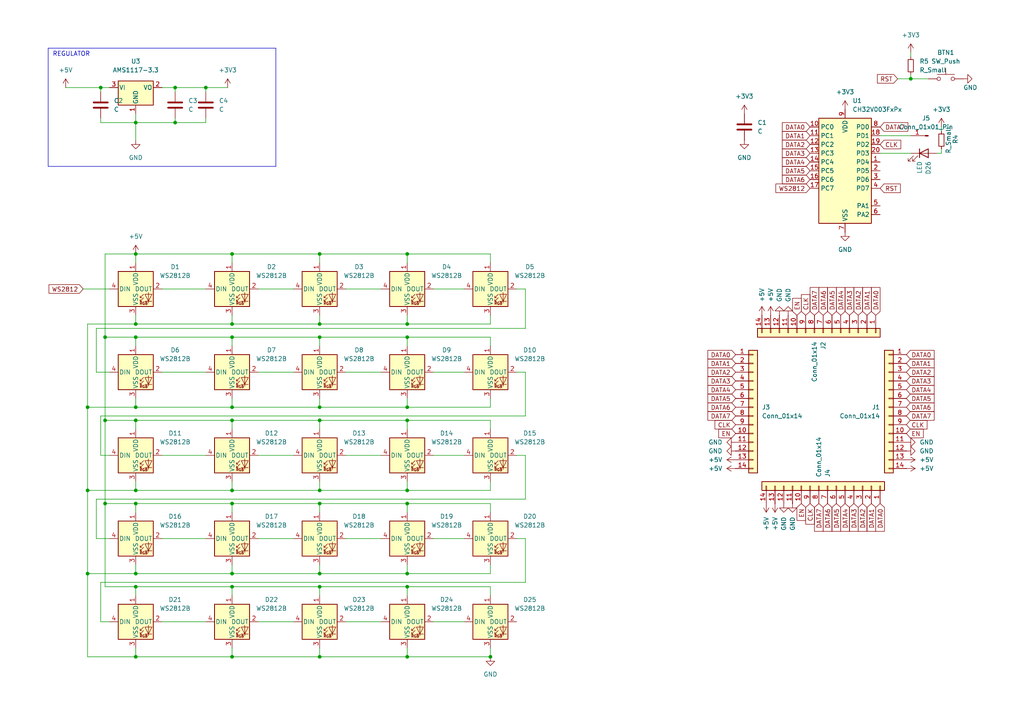
<source format=kicad_sch>
(kicad_sch (version 20250114) (generator "eeschema") (generator_version "9.0")
  (paper "A4")
  (lib_symbols
    (symbol "Connector:Conn_01x01_Pin" (pin_names (offset 1.016) (hide yes))
      (property "Reference" "J" (at 0 2.54 0))
      (property "Value" "Conn_01x01_Pin" (at 0 -2.54 0))
      (symbol "Conn_01x01_Pin_1_1"
        (rectangle (start 0.8636 0.127) (end 0 -0.127) (stroke (width 0.1524)) (fill (type outline)))
        (polyline (pts (xy 1.27 0) (xy 0.8636 0)) (stroke (width 0.1524)))
        (pin passive line (at 5.08 0 180) (length 3.81) (name "Pin_1") (number "1"))
      )
    )
    (symbol "Connector_Generic:Conn_01x14" (pin_names (offset 1.016) (hide yes))
      (property "Reference" "J" (at 0 17.78 0))
      (property "Value" "Conn_01x14" (at 0 -20.32 0))
      (symbol "Conn_01x14_1_1"
        (rectangle (start -1.27 16.51) (end 1.27 -19.05) (stroke (width 0.254)) (fill (type background)))
        (rectangle (start -1.27 15.367) (end 0 15.113) (stroke (width 0.1524)))
        (rectangle (start -1.27 12.827) (end 0 12.573) (stroke (width 0.1524)))
        (rectangle (start -1.27 10.287) (end 0 10.033) (stroke (width 0.1524)))
        (rectangle (start -1.27 7.747) (end 0 7.493) (stroke (width 0.1524)))
        (rectangle (start -1.27 5.207) (end 0 4.953) (stroke (width 0.1524)))
        (rectangle (start -1.27 2.667) (end 0 2.413) (stroke (width 0.1524)))
        (rectangle (start -1.27 0.127) (end 0 -0.127) (stroke (width 0.1524)))
        (rectangle (start -1.27 -2.413) (end 0 -2.667) (stroke (width 0.1524)))
        (rectangle (start -1.27 -4.953) (end 0 -5.207) (stroke (width 0.1524)))
        (rectangle (start -1.27 -7.493) (end 0 -7.747) (stroke (width 0.1524)))
        (rectangle (start -1.27 -10.033) (end 0 -10.287) (stroke (width 0.1524)))
        (rectangle (start -1.27 -12.573) (end 0 -12.827) (stroke (width 0.1524)))
        (rectangle (start -1.27 -15.113) (end 0 -15.367) (stroke (width 0.1524)))
        (rectangle (start -1.27 -17.653) (end 0 -17.907) (stroke (width 0.1524)))
        (pin passive line (at -5.08 15.24 0) (length 3.81) (name "Pin_1") (number "1"))
        (pin passive line (at -5.08 12.7 0) (length 3.81) (name "Pin_2") (number "2"))
        (pin passive line (at -5.08 10.16 0) (length 3.81) (name "Pin_3") (number "3"))
        (pin passive line (at -5.08 7.62 0) (length 3.81) (name "Pin_4") (number "4"))
        (pin passive line (at -5.08 5.08 0) (length 3.81) (name "Pin_5") (number "5"))
        (pin passive line (at -5.08 2.54 0) (length 3.81) (name "Pin_6") (number "6"))
        (pin passive line (at -5.08 0 0) (length 3.81) (name "Pin_7") (number "7"))
        (pin passive line (at -5.08 -2.54 0) (length 3.81) (name "Pin_8") (number "8"))
        (pin passive line (at -5.08 -5.08 0) (length 3.81) (name "Pin_9") (number "9"))
        (pin passive line (at -5.08 -7.62 0) (length 3.81) (name "Pin_10") (number "10"))
        (pin passive line (at -5.08 -10.16 0) (length 3.81) (name "Pin_11") (number "11"))
        (pin passive line (at -5.08 -12.7 0) (length 3.81) (name "Pin_12") (number "12"))
        (pin passive line (at -5.08 -15.24 0) (length 3.81) (name "Pin_13") (number "13"))
        (pin passive line (at -5.08 -17.78 0) (length 3.81) (name "Pin_14") (number "14"))
      )
    )
    (symbol "Device:C" (pin_numbers (hide yes)) (pin_names (offset 0.254))
      (property "Reference" "C" (at 0.635 2.54 0))
      (property "Value" "C" (at 0.635 -2.54 0))
      (symbol "C_0_1"
        (polyline (pts (xy -2.032 0.762) (xy 2.032 0.762)) (stroke (width 0.508)))
        (polyline (pts (xy -2.032 -0.762) (xy 2.032 -0.762)) (stroke (width 0.508)))
      )
      (symbol "C_1_1"
        (pin passive line (at 0 3.81 270) (length 2.794) (name "~") (number "1"))
        (pin passive line (at 0 -3.81 90) (length 2.794) (name "~") (number "2"))
      )
    )
    (symbol "Device:LED" (pin_numbers (hide yes)) (pin_names (offset 1.016) (hide yes))
      (property "Reference" "D" (at 0 2.54 0))
      (property "Value" "LED" (at 0 -2.54 0))
      (symbol "LED_0_1"
        (polyline (pts (xy -3.048 -0.762) (xy -4.572 -2.286) (xy -3.81 -2.286) (xy -4.572 -2.286) (xy -4.572 -1.524)))
        (polyline (pts (xy -1.778 -0.762) (xy -3.302 -2.286) (xy -2.54 -2.286) (xy -3.302 -2.286) (xy -3.302 -1.524)))
        (polyline (pts (xy -1.27 0) (xy 1.27 0)))
        (polyline (pts (xy -1.27 -1.27) (xy -1.27 1.27)) (stroke (width 0.254)))
        (polyline (pts (xy 1.27 -1.27) (xy 1.27 1.27) (xy -1.27 0) (xy 1.27 -1.27)) (stroke (width 0.254)))
      )
      (symbol "LED_1_1"
        (pin passive line (at -3.81 0 0) (length 2.54) (name "K") (number "1"))
        (pin passive line (at 3.81 0 180) (length 2.54) (name "A") (number "2"))
      )
    )
    (symbol "Device:R_Small" (pin_numbers (hide yes)) (pin_names (offset 0.254) (hide yes))
      (property "Reference" "R" (at 0.762 0.508 0))
      (property "Value" "R_Small" (at 0.762 -1.016 0))
      (symbol "R_Small_0_1"
        (rectangle (start -0.762 1.778) (end 0.762 -1.778) (stroke (width 0.2032)))
      )
      (symbol "R_Small_1_1"
        (pin passive line (at 0 2.54 270) (length 0.762) (name "~") (number "1"))
        (pin passive line (at 0 -2.54 90) (length 0.762) (name "~") (number "2"))
      )
    )
    (symbol "LED:WS2812B" (pin_names (offset 0.254))
      (property "Reference" "D" (at 5.08 5.715 0))
      (property "Value" "WS2812B" (at 1.27 -5.715 0))
      (symbol "WS2812B_0_0"
        (text "RGB" (at 2.286 -4.191 0) (effects (font (size 0.762 0.762))))
      )
      (symbol "WS2812B_0_1"
        (polyline (pts (xy 1.27 -2.54) (xy 1.778 -2.54)))
        (polyline (pts (xy 1.27 -3.556) (xy 1.778 -3.556)))
        (polyline (pts (xy 2.286 -1.524) (xy 1.27 -2.54) (xy 1.27 -2.032)))
        (polyline (pts (xy 2.286 -2.54) (xy 1.27 -3.556) (xy 1.27 -3.048)))
        (polyline (pts (xy 3.683 -1.016) (xy 3.683 -3.556) (xy 3.683 -4.064)))
        (polyline (pts (xy 4.699 -1.524) (xy 2.667 -1.524) (xy 3.683 -3.556) (xy 4.699 -1.524)))
        (polyline (pts (xy 4.699 -3.556) (xy 2.667 -3.556)))
        (rectangle (start 5.08 5.08) (end -5.08 -5.08) (stroke (width 0.254)) (fill (type background)))
      )
      (symbol "WS2812B_1_1"
        (pin input line (at -7.62 0 0) (length 2.54) (name "DIN") (number "4"))
        (pin power_in line (at 0 7.62 270) (length 2.54) (name "VDD") (number "1"))
        (pin power_in line (at 0 -7.62 90) (length 2.54) (name "VSS") (number "3"))
        (pin output line (at 7.62 0 180) (length 2.54) (name "DOUT") (number "2"))
      )
    )
    (symbol "MCU_WCH_CH32V0:CH32V003FxPx"
      (property "Reference" "U" (at -7.62 17.78 0))
      (property "Value" "CH32V003FxPx" (at 7.62 17.78 0))
      (symbol "CH32V003FxPx_1_1"
        (rectangle (start -7.62 15.24) (end 7.62 -15.24) (stroke (width 0.254)) (fill (type background)))
        (pin bidirectional line (at -10.16 12.7 0) (length 2.54) (name "PC0") (number "10"))
        (pin bidirectional line (at -10.16 10.16 0) (length 2.54) (name "PC1") (number "11"))
        (pin bidirectional line (at -10.16 7.62 0) (length 2.54) (name "PC2") (number "12"))
        (pin bidirectional line (at -10.16 5.08 0) (length 2.54) (name "PC3") (number "13"))
        (pin bidirectional line (at -10.16 2.54 0) (length 2.54) (name "PC4") (number "14"))
        (pin bidirectional line (at -10.16 0 0) (length 2.54) (name "PC5") (number "15"))
        (pin bidirectional line (at -10.16 -2.54 0) (length 2.54) (name "PC6") (number "16"))
        (pin bidirectional line (at -10.16 -5.08 0) (length 2.54) (name "PC7") (number "17"))
        (pin power_in line (at 0 17.78 270) (length 2.54) (name "VDD") (number "9"))
        (pin power_in line (at 0 -17.78 90) (length 2.54) (name "VSS") (number "7"))
        (pin bidirectional line (at 10.16 12.7 180) (length 2.54) (name "PD0") (number "8"))
        (pin bidirectional line (at 10.16 10.16 180) (length 2.54) (name "PD1") (number "18"))
        (pin bidirectional line (at 10.16 7.62 180) (length 2.54) (name "PD2") (number "19"))
        (pin bidirectional line (at 10.16 5.08 180) (length 2.54) (name "PD3") (number "20"))
        (pin bidirectional line (at 10.16 2.54 180) (length 2.54) (name "PD4") (number "1"))
        (pin bidirectional line (at 10.16 0 180) (length 2.54) (name "PD5") (number "2"))
        (pin bidirectional line (at 10.16 -2.54 180) (length 2.54) (name "PD6") (number "3"))
        (pin bidirectional line (at 10.16 -5.08 180) (length 2.54) (name "PD7") (number "4"))
        (pin bidirectional line (at 10.16 -10.16 180) (length 2.54) (name "PA1") (number "5"))
        (pin bidirectional line (at 10.16 -12.7 180) (length 2.54) (name "PA2") (number "6"))
      )
    )
    (symbol "Regulator_Linear:AMS1117-3.3" (pin_names (offset 0.254))
      (property "Reference" "U" (at -3.81 3.175 0))
      (property "Value" "AMS1117-3.3" (at 0 3.175 0))
      (symbol "AMS1117-3.3_0_1"
        (rectangle (start -5.08 -5.08) (end 5.08 1.905) (stroke (width 0.254)) (fill (type background)))
      )
      (symbol "AMS1117-3.3_1_1"
        (pin power_in line (at -7.62 0 0) (length 2.54) (name "VI") (number "3"))
        (pin power_in line (at 0 -7.62 90) (length 2.54) (name "GND") (number "1"))
        (pin power_out line (at 7.62 0 180) (length 2.54) (name "VO") (number "2"))
      )
    )
    (symbol "Switch:SW_Push" (pin_numbers (hide yes)) (pin_names (offset 1.016) (hide yes))
      (property "Reference" "SW" (at 1.27 2.54 0))
      (property "Value" "SW_Push" (at 0 -1.524 0))
      (symbol "SW_Push_0_1"
        (circle (center -2.032 0) (radius 0.508))
        (polyline (pts (xy 0 1.27) (xy 0 3.048)))
        (circle (center 2.032 0) (radius 0.508))
        (polyline (pts (xy 2.54 1.27) (xy -2.54 1.27)))
        (pin passive line (at -5.08 0 0) (length 2.54) (name "1") (number "1"))
        (pin passive line (at 5.08 0 180) (length 2.54) (name "2") (number "2"))
      )
    )
    (symbol "power:+3V3" (power) (pin_names (offset 0))
      (property "Value" "+3V3" (at 0 3.556 0))
      (symbol "+3V3_0_1"
        (polyline (pts (xy -0.762 1.27) (xy 0 2.54)))
        (polyline (pts (xy 0 2.54) (xy 0.762 1.27)))
        (polyline (pts (xy 0 0) (xy 0 2.54)))
      )
      (symbol "+3V3_1_1"
        (pin power_in line (at 0 0 90) (length 0) (hide yes) (name "+3V3") (number "1"))
      )
    )
    (symbol "power:+5V" (power) (pin_numbers (hide yes)) (pin_names (offset 0) (hide yes))
      (property "Value" "+5V" (at 0 3.556 0))
      (symbol "+5V_0_1"
        (polyline (pts (xy -0.762 1.27) (xy 0 2.54)))
        (polyline (pts (xy 0 2.54) (xy 0.762 1.27)))
        (polyline (pts (xy 0 0) (xy 0 2.54)))
      )
      (symbol "+5V_1_1"
        (pin power_in line (at 0 0 90) (length 0) (name "~") (number "1"))
      )
    )
    (symbol "power:GND" (power) (pin_numbers (hide yes)) (pin_names (offset 0) (hide yes))
      (property "Value" "GND" (at 0 -3.81 0))
      (symbol "GND_0_1"
        (polyline (pts (xy 0 0) (xy 0 -1.27) (xy 1.27 -1.27) (xy 0 -2.54) (xy -1.27 -1.27) (xy 0 -1.27)))
      )
      (symbol "GND_1_1"
        (pin power_in line (at 0 0 270) (length 0) (name "~") (number "1"))
      )
    )
  )
  (text "REGULATOR" (at 15.24 16.51 0) (effects (font (size 1.27 1.27)) (justify left bottom)))
  (junction (at 39.37 73.66))
  (junction (at 39.37 97.79))
  (junction (at 67.31 166.37))
  (junction (at 39.37 142.24))
  (junction (at 30.48 146.05))
  (junction (at 67.31 93.98))
  (junction (at 25.4 142.24))
  (junction (at 92.71 166.37))
  (junction (at 92.71 170.18))
  (junction (at 30.48 121.92))
  (junction (at 118.11 73.66))
  (junction (at 92.71 73.66))
  (junction (at 67.31 118.11))
  (junction (at 92.71 146.05))
  (junction (at 118.11 170.18))
  (junction (at 92.71 93.98))
  (junction (at 67.31 170.18))
  (junction (at 50.8 25.4))
  (junction (at 67.31 97.79))
  (junction (at 39.37 35.56))
  (junction (at 118.11 190.5))
  (junction (at 39.37 121.92))
  (junction (at 264.16 22.86))
  (junction (at 25.4 118.11))
  (junction (at 92.71 121.92))
  (junction (at 39.37 166.37))
  (junction (at 67.31 121.92))
  (junction (at 25.4 166.37))
  (junction (at 67.31 146.05))
  (junction (at 92.71 142.24))
  (junction (at 29.21 25.4))
  (junction (at 92.71 97.79))
  (junction (at 118.11 166.37))
  (junction (at 39.37 93.98))
  (junction (at 118.11 121.92))
  (junction (at 118.11 118.11))
  (junction (at 118.11 142.24))
  (junction (at 118.11 97.79))
  (junction (at 92.71 190.5))
  (junction (at 39.37 118.11))
  (junction (at 59.69 25.4))
  (junction (at 39.37 170.18))
  (junction (at 67.31 142.24))
  (junction (at 50.8 35.56))
  (junction (at 30.48 97.79))
  (junction (at 92.71 118.11))
  (junction (at 118.11 146.05))
  (junction (at 118.11 93.98))
  (junction (at 67.31 190.5))
  (junction (at 142.24 190.5))
  (junction (at 39.37 190.5))
  (junction (at 67.31 73.66))
  (junction (at 39.37 146.05))
  (wire (pts (xy 118.11 73.66) (xy 118.11 76.2)))
  (wire (pts (xy 118.11 146.05) (xy 118.11 148.59)))
  (wire (pts (xy 29.21 34.29) (xy 29.21 35.56)))
  (wire (pts (xy 264.16 22.86) (xy 269.24 22.86)))
  (wire (pts (xy 67.31 187.96) (xy 67.31 190.5)))
  (polyline (pts (xy 80.01 13.97) (xy 80.01 48.26)))
  (wire (pts (xy 118.11 163.83) (xy 118.11 166.37)))
  (wire (pts (xy 67.31 190.5) (xy 92.71 190.5)))
  (wire (pts (xy 142.24 100.33) (xy 142.24 97.79)))
  (wire (pts (xy 74.93 180.34) (xy 85.09 180.34)))
  (wire (pts (xy 74.93 132.08) (xy 85.09 132.08)))
  (wire (pts (xy 59.69 26.67) (xy 59.69 25.4)))
  (wire (pts (xy 100.33 180.34) (xy 110.49 180.34)))
  (wire (pts (xy 142.24 76.2) (xy 142.24 73.66)))
  (wire (pts (xy 29.21 25.4) (xy 31.75 25.4)))
  (wire (pts (xy 118.11 121.92) (xy 142.24 121.92)))
  (wire (pts (xy 142.24 187.96) (xy 142.24 190.5)))
  (wire (pts (xy 46.99 83.82) (xy 59.69 83.82)))
  (wire (pts (xy 46.99 156.21) (xy 59.69 156.21)))
  (wire (pts (xy 24.13 83.82) (xy 31.75 83.82)))
  (wire (pts (xy 30.48 97.79) (xy 39.37 97.79)))
  (wire (pts (xy 39.37 187.96) (xy 39.37 190.5)))
  (wire (pts (xy 152.4 168.91) (xy 152.4 156.21)))
  (wire (pts (xy 271.78 44.45) (xy 273.05 44.45)))
  (wire (pts (xy 30.48 97.79) (xy 30.48 121.92)))
  (wire (pts (xy 39.37 142.24) (xy 67.31 142.24)))
  (wire (pts (xy 39.37 146.05) (xy 67.31 146.05)))
  (wire (pts (xy 46.99 180.34) (xy 59.69 180.34)))
  (wire (pts (xy 255.27 44.45) (xy 264.16 44.45)))
  (wire (pts (xy 125.73 180.34) (xy 134.62 180.34)))
  (wire (pts (xy 30.48 73.66) (xy 30.48 97.79)))
  (wire (pts (xy 29.21 25.4) (xy 29.21 26.67)))
  (wire (pts (xy 19.05 25.4) (xy 29.21 25.4)))
  (wire (pts (xy 125.73 107.95) (xy 134.62 107.95)))
  (wire (pts (xy 25.4 142.24) (xy 25.4 166.37)))
  (wire (pts (xy 149.86 107.95) (xy 152.4 107.95)))
  (wire (pts (xy 100.33 83.82) (xy 110.49 83.82)))
  (wire (pts (xy 142.24 91.44) (xy 142.24 93.98)))
  (wire (pts (xy 273.05 43.18) (xy 273.05 44.45)))
  (wire (pts (xy 118.11 97.79) (xy 142.24 97.79)))
  (wire (pts (xy 118.11 91.44) (xy 118.11 93.98)))
  (wire (pts (xy 27.94 144.78) (xy 152.4 144.78)))
  (wire (pts (xy 100.33 107.95) (xy 110.49 107.95)))
  (wire (pts (xy 92.71 170.18) (xy 118.11 170.18)))
  (wire (pts (xy 67.31 146.05) (xy 92.71 146.05)))
  (wire (pts (xy 260.35 22.86) (xy 264.16 22.86)))
  (wire (pts (xy 92.71 190.5) (xy 118.11 190.5)))
  (wire (pts (xy 92.71 121.92) (xy 92.71 124.46)))
  (wire (pts (xy 39.37 190.5) (xy 67.31 190.5)))
  (wire (pts (xy 29.21 168.91) (xy 152.4 168.91)))
  (wire (pts (xy 25.4 166.37) (xy 25.4 190.5)))
  (wire (pts (xy 30.48 121.92) (xy 39.37 121.92)))
  (wire (pts (xy 39.37 170.18) (xy 67.31 170.18)))
  (wire (pts (xy 152.4 144.78) (xy 152.4 132.08)))
  (wire (pts (xy 39.37 163.83) (xy 39.37 166.37)))
  (wire (pts (xy 118.11 142.24) (xy 142.24 142.24)))
  (wire (pts (xy 142.24 139.7) (xy 142.24 142.24)))
  (wire (pts (xy 92.71 170.18) (xy 92.71 172.72)))
  (wire (pts (xy 67.31 163.83) (xy 67.31 166.37)))
  (wire (pts (xy 67.31 118.11) (xy 92.71 118.11)))
  (wire (pts (xy 118.11 139.7) (xy 118.11 142.24)))
  (wire (pts (xy 25.4 93.98) (xy 25.4 118.11)))
  (wire (pts (xy 30.48 121.92) (xy 30.48 146.05)))
  (wire (pts (xy 125.73 132.08) (xy 134.62 132.08)))
  (wire (pts (xy 29.21 180.34) (xy 29.21 168.91)))
  (wire (pts (xy 29.21 120.65) (xy 152.4 120.65)))
  (wire (pts (xy 59.69 25.4) (xy 66.04 25.4)))
  (wire (pts (xy 25.4 118.11) (xy 25.4 142.24)))
  (wire (pts (xy 142.24 148.59) (xy 142.24 146.05)))
  (wire (pts (xy 25.4 93.98) (xy 39.37 93.98)))
  (wire (pts (xy 92.71 73.66) (xy 92.71 76.2)))
  (wire (pts (xy 118.11 93.98) (xy 142.24 93.98)))
  (wire (pts (xy 152.4 95.25) (xy 152.4 83.82)))
  (wire (pts (xy 255.27 39.37) (xy 264.16 39.37)))
  (wire (pts (xy 50.8 34.29) (xy 50.8 35.56)))
  (wire (pts (xy 50.8 25.4) (xy 59.69 25.4)))
  (wire (pts (xy 118.11 187.96) (xy 118.11 190.5)))
  (polyline (pts (xy 80.01 48.26) (xy 13.97 48.26)))
  (wire (pts (xy 67.31 121.92) (xy 67.31 124.46)))
  (wire (pts (xy 142.24 124.46) (xy 142.24 121.92)))
  (wire (pts (xy 29.21 132.08) (xy 29.21 120.65)))
  (wire (pts (xy 152.4 132.08) (xy 149.86 132.08)))
  (wire (pts (xy 67.31 139.7) (xy 67.31 142.24)))
  (wire (pts (xy 31.75 107.95) (xy 27.94 107.95)))
  (wire (pts (xy 118.11 73.66) (xy 142.24 73.66)))
  (wire (pts (xy 27.94 156.21) (xy 27.94 144.78)))
  (wire (pts (xy 67.31 91.44) (xy 67.31 93.98)))
  (wire (pts (xy 92.71 139.7) (xy 92.71 142.24)))
  (wire (pts (xy 50.8 26.67) (xy 50.8 25.4)))
  (wire (pts (xy 46.99 107.95) (xy 59.69 107.95)))
  (wire (pts (xy 92.71 146.05) (xy 92.71 148.59)))
  (wire (pts (xy 30.48 170.18) (xy 39.37 170.18)))
  (wire (pts (xy 27.94 95.25) (xy 152.4 95.25)))
  (wire (pts (xy 25.4 118.11) (xy 39.37 118.11)))
  (wire (pts (xy 264.16 21.59) (xy 264.16 22.86)))
  (wire (pts (xy 92.71 187.96) (xy 92.71 190.5)))
  (wire (pts (xy 50.8 35.56) (xy 39.37 35.56)))
  (wire (pts (xy 39.37 35.56) (xy 39.37 40.64)))
  (wire (pts (xy 100.33 132.08) (xy 110.49 132.08)))
  (wire (pts (xy 39.37 33.02) (xy 39.37 35.56)))
  (wire (pts (xy 39.37 121.92) (xy 39.37 124.46)))
  (wire (pts (xy 29.21 35.56) (xy 39.37 35.56)))
  (wire (pts (xy 92.71 97.79) (xy 92.71 100.33)))
  (wire (pts (xy 39.37 170.18) (xy 39.37 172.72)))
  (wire (pts (xy 31.75 156.21) (xy 27.94 156.21)))
  (wire (pts (xy 67.31 142.24) (xy 92.71 142.24)))
  (wire (pts (xy 67.31 115.57) (xy 67.31 118.11)))
  (wire (pts (xy 39.37 115.57) (xy 39.37 118.11)))
  (wire (pts (xy 125.73 156.21) (xy 134.62 156.21)))
  (wire (pts (xy 125.73 83.82) (xy 134.62 83.82)))
  (wire (pts (xy 92.71 97.79) (xy 118.11 97.79)))
  (wire (pts (xy 118.11 146.05) (xy 142.24 146.05)))
  (wire (pts (xy 142.24 115.57) (xy 142.24 118.11)))
  (wire (pts (xy 59.69 35.56) (xy 50.8 35.56)))
  (wire (pts (xy 39.37 166.37) (xy 67.31 166.37)))
  (wire (pts (xy 39.37 97.79) (xy 39.37 100.33)))
  (wire (pts (xy 39.37 146.05) (xy 39.37 148.59)))
  (wire (pts (xy 74.93 83.82) (xy 85.09 83.82)))
  (wire (pts (xy 92.71 73.66) (xy 118.11 73.66)))
  (wire (pts (xy 100.33 156.21) (xy 110.49 156.21)))
  (wire (pts (xy 67.31 170.18) (xy 92.71 170.18)))
  (wire (pts (xy 67.31 97.79) (xy 92.71 97.79)))
  (wire (pts (xy 30.48 73.66) (xy 39.37 73.66)))
  (wire (pts (xy 142.24 172.72) (xy 142.24 170.18)))
  (wire (pts (xy 39.37 121.92) (xy 67.31 121.92)))
  (wire (pts (xy 92.71 163.83) (xy 92.71 166.37)))
  (wire (pts (xy 92.71 118.11) (xy 118.11 118.11)))
  (wire (pts (xy 31.75 132.08) (xy 29.21 132.08)))
  (wire (pts (xy 30.48 146.05) (xy 39.37 146.05)))
  (wire (pts (xy 59.69 34.29) (xy 59.69 35.56)))
  (wire (pts (xy 273.05 36.83) (xy 273.05 38.1)))
  (wire (pts (xy 25.4 142.24) (xy 39.37 142.24)))
  (wire (pts (xy 31.75 180.34) (xy 29.21 180.34)))
  (wire (pts (xy 67.31 121.92) (xy 92.71 121.92)))
  (wire (pts (xy 92.71 166.37) (xy 118.11 166.37)))
  (wire (pts (xy 92.71 121.92) (xy 118.11 121.92)))
  (wire (pts (xy 92.71 93.98) (xy 118.11 93.98)))
  (wire (pts (xy 118.11 166.37) (xy 142.24 166.37)))
  (wire (pts (xy 25.4 166.37) (xy 39.37 166.37)))
  (wire (pts (xy 67.31 73.66) (xy 92.71 73.66)))
  (wire (pts (xy 152.4 156.21) (xy 149.86 156.21)))
  (wire (pts (xy 46.99 25.4) (xy 50.8 25.4)))
  (wire (pts (xy 118.11 190.5) (xy 142.24 190.5)))
  (wire (pts (xy 152.4 120.65) (xy 152.4 107.95)))
  (wire (pts (xy 27.94 107.95) (xy 27.94 95.25)))
  (wire (pts (xy 25.4 190.5) (xy 39.37 190.5)))
  (wire (pts (xy 118.11 121.92) (xy 118.11 124.46)))
  (polyline (pts (xy 13.97 48.26) (xy 13.97 13.97)))
  (wire (pts (xy 39.37 93.98) (xy 67.31 93.98)))
  (wire (pts (xy 92.71 142.24) (xy 118.11 142.24)))
  (wire (pts (xy 46.99 132.08) (xy 59.69 132.08)))
  (wire (pts (xy 39.37 73.66) (xy 39.37 76.2)))
  (wire (pts (xy 39.37 91.44) (xy 39.37 93.98)))
  (wire (pts (xy 118.11 170.18) (xy 118.11 172.72)))
  (wire (pts (xy 67.31 93.98) (xy 92.71 93.98)))
  (wire (pts (xy 74.93 156.21) (xy 85.09 156.21)))
  (wire (pts (xy 39.37 73.66) (xy 67.31 73.66)))
  (wire (pts (xy 118.11 97.79) (xy 118.11 100.33)))
  (wire (pts (xy 67.31 73.66) (xy 67.31 76.2)))
  (wire (pts (xy 149.86 83.82) (xy 152.4 83.82)))
  (wire (pts (xy 39.37 139.7) (xy 39.37 142.24)))
  (wire (pts (xy 142.24 163.83) (xy 142.24 166.37)))
  (wire (pts (xy 118.11 118.11) (xy 142.24 118.11)))
  (wire (pts (xy 74.93 107.95) (xy 85.09 107.95)))
  (polyline (pts (xy 13.97 13.97) (xy 80.01 13.97)))
  (wire (pts (xy 92.71 115.57) (xy 92.71 118.11)))
  (wire (pts (xy 92.71 146.05) (xy 118.11 146.05)))
  (wire (pts (xy 264.16 15.24) (xy 264.16 16.51)))
  (wire (pts (xy 39.37 118.11) (xy 67.31 118.11)))
  (wire (pts (xy 118.11 170.18) (xy 142.24 170.18)))
  (wire (pts (xy 67.31 97.79) (xy 67.31 100.33)))
  (wire (pts (xy 92.71 91.44) (xy 92.71 93.98)))
  (wire (pts (xy 30.48 146.05) (xy 30.48 170.18)))
  (wire (pts (xy 67.31 146.05) (xy 67.31 148.59)))
  (wire (pts (xy 118.11 115.57) (xy 118.11 118.11)))
  (wire (pts (xy 67.31 166.37) (xy 92.71 166.37)))
  (wire (pts (xy 67.31 170.18) (xy 67.31 172.72)))
  (wire (pts (xy 39.37 97.79) (xy 67.31 97.79)))
  (global_label "DATA2" (shape input) (at 250.19 146.05 270) (property "Intersheetrefs" "${INTERSHEET_REFS}" (effects (hide yes))))
  (global_label "DATA5" (shape input) (at 213.36 115.57 180) (property "Intersheetrefs" "${INTERSHEET_REFS}" (effects (hide yes))))
  (global_label "DATA7" (shape input) (at 262.89 120.65 0) (property "Intersheetrefs" "${INTERSHEET_REFS}" (effects (hide yes))))
  (global_label "CLK" (shape input) (at 255.27 41.91 0) (property "Intersheetrefs" "${INTERSHEET_REFS}" (effects (hide yes))))
  (global_label "DATA3" (shape input) (at 262.89 110.49 0) (property "Intersheetrefs" "${INTERSHEET_REFS}" (effects (hide yes))))
  (global_label "WS2812" (shape input) (at 24.13 83.82 180) (property "Intersheetrefs" "${INTERSHEET_REFS}" (effects (hide yes))))
  (global_label "DATA1" (shape input) (at 252.73 146.05 270) (property "Intersheetrefs" "${INTERSHEET_REFS}" (effects (hide yes))))
  (global_label "EN" (shape input) (at 262.89 125.73 0) (property "Intersheetrefs" "${INTERSHEET_REFS}" (effects (hide yes))))
  (global_label "DATA6" (shape input) (at 262.89 118.11 0) (property "Intersheetrefs" "${INTERSHEET_REFS}" (effects (hide yes))))
  (global_label "WS2812" (shape input) (at 234.95 54.61 180) (property "Intersheetrefs" "${INTERSHEET_REFS}" (effects (hide yes))))
  (global_label "DATA0" (shape input) (at 254 91.44 90) (property "Intersheetrefs" "${INTERSHEET_REFS}" (effects (hide yes))))
  (global_label "DATA2" (shape input) (at 213.36 107.95 180) (property "Intersheetrefs" "${INTERSHEET_REFS}" (effects (hide yes))))
  (global_label "DATA5" (shape input) (at 242.57 146.05 270) (property "Intersheetrefs" "${INTERSHEET_REFS}" (effects (hide yes))))
  (global_label "DATA7" (shape input) (at 237.49 146.05 270) (property "Intersheetrefs" "${INTERSHEET_REFS}" (effects (hide yes))))
  (global_label "CLK" (shape input) (at 213.36 123.19 180) (property "Intersheetrefs" "${INTERSHEET_REFS}" (effects (hide yes))))
  (global_label "DATA0" (shape input) (at 213.36 102.87 180) (property "Intersheetrefs" "${INTERSHEET_REFS}" (effects (hide yes))))
  (global_label "DATA7" (shape input) (at 255.27 36.83 0) (property "Intersheetrefs" "${INTERSHEET_REFS}" (effects (hide yes))))
  (global_label "DATA4" (shape input) (at 245.11 146.05 270) (property "Intersheetrefs" "${INTERSHEET_REFS}" (effects (hide yes))))
  (global_label "CLK" (shape input) (at 262.89 123.19 0) (property "Intersheetrefs" "${INTERSHEET_REFS}" (effects (hide yes))))
  (global_label "RST" (shape input) (at 260.35 22.86 180) (property "Intersheetrefs" "${INTERSHEET_REFS}" (effects (hide yes))))
  (global_label "DATA4" (shape input) (at 234.95 46.99 180) (property "Intersheetrefs" "${INTERSHEET_REFS}" (effects (hide yes))))
  (global_label "EN" (shape input) (at 232.41 146.05 270) (property "Intersheetrefs" "${INTERSHEET_REFS}" (effects (hide yes))))
  (global_label "DATA2" (shape input) (at 248.92 91.44 90) (property "Intersheetrefs" "${INTERSHEET_REFS}" (effects (hide yes))))
  (global_label "DATA5" (shape input) (at 234.95 49.53 180) (property "Intersheetrefs" "${INTERSHEET_REFS}" (effects (hide yes))))
  (global_label "DATA0" (shape input) (at 262.89 102.87 0) (property "Intersheetrefs" "${INTERSHEET_REFS}" (effects (hide yes))))
  (global_label "DATA1" (shape input) (at 234.95 39.37 180) (property "Intersheetrefs" "${INTERSHEET_REFS}" (effects (hide yes))))
  (global_label "DATA7" (shape input) (at 213.36 120.65 180) (property "Intersheetrefs" "${INTERSHEET_REFS}" (effects (hide yes))))
  (global_label "DATA5" (shape input) (at 241.3 91.44 90) (property "Intersheetrefs" "${INTERSHEET_REFS}" (effects (hide yes))))
  (global_label "EN" (shape input) (at 231.14 91.44 90) (property "Intersheetrefs" "${INTERSHEET_REFS}" (effects (hide yes))))
  (global_label "DATA1" (shape input) (at 262.89 105.41 0) (property "Intersheetrefs" "${INTERSHEET_REFS}" (effects (hide yes))))
  (global_label "RST" (shape input) (at 255.27 54.61 0) (property "Intersheetrefs" "${INTERSHEET_REFS}" (effects (hide yes))))
  (global_label "DATA3" (shape input) (at 213.36 110.49 180) (property "Intersheetrefs" "${INTERSHEET_REFS}" (effects (hide yes))))
  (global_label "DATA4" (shape input) (at 243.84 91.44 90) (property "Intersheetrefs" "${INTERSHEET_REFS}" (effects (hide yes))))
  (global_label "DATA5" (shape input) (at 262.89 115.57 0) (property "Intersheetrefs" "${INTERSHEET_REFS}" (effects (hide yes))))
  (global_label "DATA6" (shape input) (at 238.76 91.44 90) (property "Intersheetrefs" "${INTERSHEET_REFS}" (effects (hide yes))))
  (global_label "DATA0" (shape input) (at 255.27 146.05 270) (property "Intersheetrefs" "${INTERSHEET_REFS}" (effects (hide yes))))
  (global_label "DATA6" (shape input) (at 234.95 52.07 180) (property "Intersheetrefs" "${INTERSHEET_REFS}" (effects (hide yes))))
  (global_label "DATA4" (shape input) (at 262.89 113.03 0) (property "Intersheetrefs" "${INTERSHEET_REFS}" (effects (hide yes))))
  (global_label "DATA4" (shape input) (at 213.36 113.03 180) (property "Intersheetrefs" "${INTERSHEET_REFS}" (effects (hide yes))))
  (global_label "DATA3" (shape input) (at 247.65 146.05 270) (property "Intersheetrefs" "${INTERSHEET_REFS}" (effects (hide yes))))
  (global_label "DATA0" (shape input) (at 234.95 36.83 180) (property "Intersheetrefs" "${INTERSHEET_REFS}" (effects (hide yes))))
  (global_label "DATA1" (shape input) (at 213.36 105.41 180) (property "Intersheetrefs" "${INTERSHEET_REFS}" (effects (hide yes))))
  (global_label "CLK" (shape input) (at 233.68 91.44 90) (property "Intersheetrefs" "${INTERSHEET_REFS}" (effects (hide yes))))
  (global_label "CLK" (shape input) (at 234.95 146.05 270) (property "Intersheetrefs" "${INTERSHEET_REFS}" (effects (hide yes))))
  (global_label "DATA7" (shape input) (at 236.22 91.44 90) (property "Intersheetrefs" "${INTERSHEET_REFS}" (effects (hide yes))))
  (global_label "DATA2" (shape input) (at 262.89 107.95 0) (property "Intersheetrefs" "${INTERSHEET_REFS}" (effects (hide yes))))
  (global_label "DATA1" (shape input) (at 251.46 91.44 90) (property "Intersheetrefs" "${INTERSHEET_REFS}" (effects (hide yes))))
  (global_label "DATA3" (shape input) (at 234.95 44.45 180) (property "Intersheetrefs" "${INTERSHEET_REFS}" (effects (hide yes))))
  (global_label "DATA3" (shape input) (at 246.38 91.44 90) (property "Intersheetrefs" "${INTERSHEET_REFS}" (effects (hide yes))))
  (global_label "DATA2" (shape input) (at 234.95 41.91 180) (property "Intersheetrefs" "${INTERSHEET_REFS}" (effects (hide yes))))
  (global_label "EN" (shape input) (at 213.36 125.73 180) (property "Intersheetrefs" "${INTERSHEET_REFS}" (effects (hide yes))))
  (global_label "DATA6" (shape input) (at 213.36 118.11 180) (property "Intersheetrefs" "${INTERSHEET_REFS}" (effects (hide yes))))
  (global_label "DATA6" (shape input) (at 240.03 146.05 270) (property "Intersheetrefs" "${INTERSHEET_REFS}" (effects (hide yes))))
  (symbol (lib_id "LED:WS2812B") (at 142.24 107.95 0) (unit 1)
    (property "Reference" "D10" (at 153.67 101.5298 0))
    (property "Value" "WS2812B" (at 153.67 104.0698 0))
    (property "Footprint" "LED_SMD:LED_WS2812B_PLCC4_5.0x5.0mm_P3.2mm" (effects (hide yes)))
    (property "Datasheet" "https://cdn-shop.adafruit.com/datasheets/WS2812B.pdf" (effects (hide yes)))
    (property "Description" "RGB LED with integrated controller" (effects (hide yes)))
  )
  (symbol (lib_id "power:+5V") (at 224.79 146.05 0) (mirror x) (unit 1)
    (property "Reference" "#PWR025" (effects (hide yes)))
    (property "Value" "+5V" (at 224.7901 149.86 90) (effects (justify left)))
    (property "Description" "Power symbol creates a global label with name \"+5V\"" (effects (hide yes)))
  )
  (symbol (lib_id "power:GND") (at 39.37 40.64 0) (unit 1)
    (property "Reference" "#PWR09" (effects (hide yes)))
    (property "Value" "GND" (at 39.37 45.72 0))
  )
  (symbol (lib_id "LED:WS2812B") (at 67.31 83.82 0) (unit 1)
    (property "Reference" "D2" (at 78.74 77.3998 0))
    (property "Value" "WS2812B" (at 78.74 79.9398 0))
    (property "Footprint" "LED_SMD:LED_WS2812B_PLCC4_5.0x5.0mm_P3.2mm" (effects (hide yes)))
    (property "Datasheet" "https://cdn-shop.adafruit.com/datasheets/WS2812B.pdf" (effects (hide yes)))
    (property "Description" "RGB LED with integrated controller" (effects (hide yes)))
  )
  (symbol (lib_id "Connector_Generic:Conn_01x14") (at 240.03 140.97 270) (mirror x) (unit 1)
    (property "Reference" "J4" (at 240.0301 138.43 0) (effects (justify left)))
    (property "Value" "Conn_01x14" (at 237.4901 138.43 0) (effects (justify left)))
    (property "Footprint" "Connector_PinSocket_2.54mm:PinSocket_1x14_P2.54mm_Horizontal" (effects (hide yes)))
    (property "Description" "Generic connector, single row, 01x14, script generated (kicad-library-utils/schlib/autogen/connector/)" (effects (hide yes)))
  )
  (symbol (lib_id "Connector_Generic:Conn_01x14") (at 238.76 96.52 270) (unit 1)
    (property "Reference" "J2" (at 238.7601 99.06 0) (effects (justify left)))
    (property "Value" "Conn_01x14" (at 236.2201 99.06 0) (effects (justify left)))
    (property "Footprint" "Connector_PinSocket_2.54mm:PinSocket_1x14_P2.54mm_Horizontal" (effects (hide yes)))
    (property "Description" "Generic connector, single row, 01x14, script generated (kicad-library-utils/schlib/autogen/connector/)" (effects (hide yes)))
  )
  (symbol (lib_id "LED:WS2812B") (at 67.31 180.34 0) (unit 1)
    (property "Reference" "D22" (at 78.74 173.9198 0))
    (property "Value" "WS2812B" (at 78.74 176.4598 0))
    (property "Footprint" "LED_SMD:LED_WS2812B_PLCC4_5.0x5.0mm_P3.2mm" (effects (hide yes)))
    (property "Datasheet" "https://cdn-shop.adafruit.com/datasheets/WS2812B.pdf" (effects (hide yes)))
    (property "Description" "RGB LED with integrated controller" (effects (hide yes)))
  )
  (symbol (lib_id "Device:C") (at 50.8 30.48 0) (unit 1)
    (property "Reference" "C3" (at 54.61 29.2099 0) (effects (justify left)))
    (property "Value" "C" (at 54.61 31.7499 0) (effects (justify left)))
    (property "Footprint" "Capacitor_SMD:C_0603_1608Metric" (effects (hide yes)))
    (property "LCSC" "C19702" (effects (hide yes)))
  )
  (symbol (lib_id "LED:WS2812B") (at 92.71 83.82 0) (unit 1)
    (property "Reference" "D3" (at 104.14 77.3998 0))
    (property "Value" "WS2812B" (at 104.14 79.9398 0))
    (property "Footprint" "LED_SMD:LED_WS2812B_PLCC4_5.0x5.0mm_P3.2mm" (effects (hide yes)))
    (property "Datasheet" "https://cdn-shop.adafruit.com/datasheets/WS2812B.pdf" (effects (hide yes)))
    (property "Description" "RGB LED with integrated controller" (effects (hide yes)))
  )
  (symbol (lib_id "power:GND") (at 213.36 130.81 270) (unit 1)
    (property "Reference" "#PWR020" (effects (hide yes)))
    (property "Value" "GND" (at 209.55 130.8099 90) (effects (justify right)))
    (property "Description" "Power symbol creates a global label with name \"GND\" , ground" (effects (hide yes)))
  )
  (symbol (lib_id "Device:LED") (at 267.97 44.45 0) (unit 1)
    (property "Reference" "D26" (at 269.24 46.736 90) (effects (justify right)))
    (property "Value" "LED" (at 266.7 46.736 90) (effects (justify right)))
    (property "Footprint" "LED_SMD:LED_0603_1608Metric" (effects (hide yes)))
    (property "LCSC" "C19171301" (effects (hide yes)))
  )
  (symbol (lib_id "power:+5V") (at 220.98 91.44 0) (unit 1)
    (property "Reference" "#PWR018" (effects (hide yes)))
    (property "Value" "+5V" (at 220.9801 87.63 90) (effects (justify left)))
    (property "Description" "Power symbol creates a global label with name \"+5V\"" (effects (hide yes)))
  )
  (symbol (lib_id "power:+3V3") (at 273.05 36.83 0) (unit 1)
    (property "Reference" "#PWR07" (effects (hide yes)))
    (property "Value" "+3V3" (at 273.05 31.75 0))
  )
  (symbol (lib_id "power:GND") (at 226.06 91.44 180) (unit 1)
    (property "Reference" "#PWR015" (effects (hide yes)))
    (property "Value" "GND" (at 226.0601 87.63 90) (effects (justify right)))
    (property "Description" "Power symbol creates a global label with name \"GND\" , ground" (effects (hide yes)))
  )
  (symbol (lib_id "LED:WS2812B") (at 92.71 107.95 0) (unit 1)
    (property "Reference" "D8" (at 104.14 101.5298 0))
    (property "Value" "WS2812B" (at 104.14 104.0698 0))
    (property "Footprint" "LED_SMD:LED_WS2812B_PLCC4_5.0x5.0mm_P3.2mm" (effects (hide yes)))
    (property "Datasheet" "https://cdn-shop.adafruit.com/datasheets/WS2812B.pdf" (effects (hide yes)))
    (property "Description" "RGB LED with integrated controller" (effects (hide yes)))
  )
  (symbol (lib_id "power:GND") (at 229.87 146.05 0) (mirror y) (unit 1)
    (property "Reference" "#PWR027" (effects (hide yes)))
    (property "Value" "GND" (at 229.8701 149.86 90) (effects (justify right)))
    (property "Description" "Power symbol creates a global label with name \"GND\" , ground" (effects (hide yes)))
  )
  (symbol (lib_id "power:+5V") (at 213.36 135.89 90) (unit 1)
    (property "Reference" "#PWR023" (effects (hide yes)))
    (property "Value" "+5V" (at 209.55 135.8899 90) (effects (justify left)))
    (property "Description" "Power symbol creates a global label with name \"+5V\"" (effects (hide yes)))
  )
  (symbol (lib_id "LED:WS2812B") (at 67.31 107.95 0) (unit 1)
    (property "Reference" "D7" (at 78.74 101.5298 0))
    (property "Value" "WS2812B" (at 78.74 104.0698 0))
    (property "Footprint" "LED_SMD:LED_WS2812B_PLCC4_5.0x5.0mm_P3.2mm" (effects (hide yes)))
    (property "Datasheet" "https://cdn-shop.adafruit.com/datasheets/WS2812B.pdf" (effects (hide yes)))
    (property "Description" "RGB LED with integrated controller" (effects (hide yes)))
  )
  (symbol (lib_id "Connector_Generic:Conn_01x14") (at 257.81 118.11 0) (mirror y) (unit 1)
    (property "Reference" "J1" (at 255.27 118.1099 0) (effects (justify left)))
    (property "Value" "Conn_01x14" (at 255.27 120.6499 0) (effects (justify left)))
    (property "Footprint" "Connector_PinSocket_2.54mm:PinSocket_1x14_P2.54mm_Horizontal" (effects (hide yes)))
    (property "Description" "Generic connector, single row, 01x14, script generated (kicad-library-utils/schlib/autogen/connector/)" (effects (hide yes)))
  )
  (symbol (lib_id "power:+5V") (at 19.05 25.4 0) (unit 1)
    (property "Reference" "#PWR06" (effects (hide yes)))
    (property "Value" "+5V" (at 19.05 20.32 0))
  )
  (symbol (lib_id "Connector:Conn_01x01_Pin") (at 269.24 39.37 180) (unit 1)
    (property "Reference" "J5" (at 268.605 34.29 0))
    (property "Value" "Conn_01x01_Pin" (at 268.605 36.83 0))
    (property "Footprint" "TestPoint:TestPoint_Pad_D2.0mm" (effects (hide yes)))
    (property "Description" "Generic connector, single row, 01x01, script generated" (effects (hide yes)))
  )
  (symbol (lib_id "power:+3V3") (at 264.16 15.24 0) (unit 1)
    (property "Reference" "#PWR016" (effects (hide yes)))
    (property "Value" "+3V3" (at 264.16 10.16 0))
  )
  (symbol (lib_id "power:GND") (at 142.24 190.5 0) (unit 1)
    (property "Reference" "#PWR01" (effects (hide yes)))
    (property "Value" "GND" (at 142.24 195.58 0))
    (property "Description" "Power symbol creates a global label with name \"GND\" , ground" (effects (hide yes)))
  )
  (symbol (lib_id "LED:WS2812B") (at 92.71 180.34 0) (unit 1)
    (property "Reference" "D23" (at 104.14 173.9198 0))
    (property "Value" "WS2812B" (at 104.14 176.4598 0))
    (property "Footprint" "LED_SMD:LED_WS2812B_PLCC4_5.0x5.0mm_P3.2mm" (effects (hide yes)))
    (property "Datasheet" "https://cdn-shop.adafruit.com/datasheets/WS2812B.pdf" (effects (hide yes)))
    (property "Description" "RGB LED with integrated controller" (effects (hide yes)))
  )
  (symbol (lib_id "LED:WS2812B") (at 142.24 83.82 0) (unit 1)
    (property "Reference" "D5" (at 153.67 77.3998 0))
    (property "Value" "WS2812B" (at 153.67 79.9398 0))
    (property "Footprint" "LED_SMD:LED_WS2812B_PLCC4_5.0x5.0mm_P3.2mm" (effects (hide yes)))
    (property "Datasheet" "https://cdn-shop.adafruit.com/datasheets/WS2812B.pdf" (effects (hide yes)))
    (property "Description" "RGB LED with integrated controller" (effects (hide yes)))
  )
  (symbol (lib_id "LED:WS2812B") (at 118.11 132.08 0) (unit 1)
    (property "Reference" "D14" (at 129.54 125.6598 0))
    (property "Value" "WS2812B" (at 129.54 128.1998 0))
    (property "Footprint" "LED_SMD:LED_WS2812B_PLCC4_5.0x5.0mm_P3.2mm" (effects (hide yes)))
    (property "Datasheet" "https://cdn-shop.adafruit.com/datasheets/WS2812B.pdf" (effects (hide yes)))
    (property "Description" "RGB LED with integrated controller" (effects (hide yes)))
  )
  (symbol (lib_id "MCU_WCH_CH32V0:CH32V003FxPx") (at 245.11 49.53 0) (unit 1)
    (property "Reference" "U1" (at 247.2533 29.21 0) (effects (justify left)))
    (property "Value" "CH32V003FxPx" (at 247.2533 31.75 0) (effects (justify left)))
    (property "Footprint" "Package_SO:TSSOP-20_4.4x6.5mm_P0.65mm" (effects (hide yes)))
    (property "Datasheet" "https://www.wch-ic.com/products/CH32V003.html" (effects (hide yes)))
    (property "Description" "CH32V003 series are industrial-grade general-purpose microcontrollers designed based on 32-bit RISC-V instruction set and architecture. It adopts QingKe V2A core, RV32EC instruction set, and supports 2 levels of interrupt nesting. The series are mounted with rich peripheral interfaces and function modules. Its internal organizational structure meets the low-cost and low-power embedded application scenarios." (effects (hide yes)))
  )
  (symbol (lib_id "Device:C") (at 215.9 36.83 0) (unit 1)
    (property "Reference" "C1" (at 219.71 35.5599 0) (effects (justify left)))
    (property "Value" "C" (at 219.71 38.0999 0) (effects (justify left)))
    (property "Footprint" "Capacitor_SMD:C_0603_1608Metric" (effects (hide yes)))
    (property "LCSC" "C30926" (effects (hide yes)))
  )
  (symbol (lib_id "LED:WS2812B") (at 39.37 156.21 0) (unit 1)
    (property "Reference" "D16" (at 50.8 149.7898 0))
    (property "Value" "WS2812B" (at 50.8 152.3298 0))
    (property "Footprint" "LED_SMD:LED_WS2812B_PLCC4_5.0x5.0mm_P3.2mm" (effects (hide yes)))
    (property "Datasheet" "https://cdn-shop.adafruit.com/datasheets/WS2812B.pdf" (effects (hide yes)))
    (property "Description" "RGB LED with integrated controller" (effects (hide yes)))
  )
  (symbol (lib_id "power:+5V") (at 262.89 135.89 270) (mirror x) (unit 1)
    (property "Reference" "#PWR02" (effects (hide yes)))
    (property "Value" "+5V" (at 266.7 135.8899 90) (effects (justify left)))
    (property "Description" "Power symbol creates a global label with name \"+5V\"" (effects (hide yes)))
  )
  (symbol (lib_id "power:GND") (at 245.11 67.31 0) (unit 1)
    (property "Reference" "#PWR011" (effects (hide yes)))
    (property "Value" "GND" (at 245.11 72.39 0))
    (property "Description" "Power symbol creates a global label with name \"GND\" , ground" (effects (hide yes)))
  )
  (symbol (lib_id "LED:WS2812B") (at 118.11 83.82 0) (unit 1)
    (property "Reference" "D4" (at 129.54 77.3998 0))
    (property "Value" "WS2812B" (at 129.54 79.9398 0))
    (property "Footprint" "LED_SMD:LED_WS2812B_PLCC4_5.0x5.0mm_P3.2mm" (effects (hide yes)))
    (property "Datasheet" "https://cdn-shop.adafruit.com/datasheets/WS2812B.pdf" (effects (hide yes)))
    (property "Description" "RGB LED with integrated controller" (effects (hide yes)))
  )
  (symbol (lib_id "LED:WS2812B") (at 39.37 83.82 0) (unit 1)
    (property "Reference" "D1" (at 50.8 77.3998 0))
    (property "Value" "WS2812B" (at 50.8 79.9398 0))
    (property "Footprint" "LED_SMD:LED_WS2812B_PLCC4_5.0x5.0mm_P3.2mm" (effects (hide yes)))
    (property "Datasheet" "https://cdn-shop.adafruit.com/datasheets/WS2812B.pdf" (effects (hide yes)))
    (property "Description" "RGB LED with integrated controller" (effects (hide yes)))
  )
  (symbol (lib_id "LED:WS2812B") (at 39.37 132.08 0) (unit 1)
    (property "Reference" "D11" (at 50.8 125.6598 0))
    (property "Value" "WS2812B" (at 50.8 128.1998 0))
    (property "Footprint" "LED_SMD:LED_WS2812B_PLCC4_5.0x5.0mm_P3.2mm" (effects (hide yes)))
    (property "Datasheet" "https://cdn-shop.adafruit.com/datasheets/WS2812B.pdf" (effects (hide yes)))
    (property "Description" "RGB LED with integrated controller" (effects (hide yes)))
  )
  (symbol (lib_id "power:+3V3") (at 245.11 31.75 0) (unit 1)
    (property "Reference" "#PWR08" (effects (hide yes)))
    (property "Value" "+3V3" (at 245.11 26.67 0))
  )
  (symbol (lib_id "Device:R_Small") (at 273.05 40.64 0) (unit 1)
    (property "Reference" "R4" (at 277.114 40.386 90))
    (property "Value" "R_Small" (at 275.082 40.64 90))
    (property "Footprint" "Resistor_SMD:R_0603_1608Metric" (effects (hide yes)))
    (property "LCSC" "C2906975" (effects (hide yes)))
  )
  (symbol (lib_id "power:+5V") (at 222.25 146.05 0) (mirror x) (unit 1)
    (property "Reference" "#PWR024" (effects (hide yes)))
    (property "Value" "+5V" (at 222.2501 149.86 90) (effects (justify left)))
    (property "Description" "Power symbol creates a global label with name \"+5V\"" (effects (hide yes)))
  )
  (symbol (lib_id "power:+5V") (at 39.37 73.66 0) (mirror y) (unit 1)
    (property "Reference" "#PWR028" (effects (hide yes)))
    (property "Value" "+5V" (at 39.37 68.58 0))
    (property "Description" "Power symbol creates a global label with name \"+5V\"" (effects (hide yes)))
  )
  (symbol (lib_id "LED:WS2812B") (at 118.11 180.34 0) (unit 1)
    (property "Reference" "D24" (at 129.54 173.9198 0))
    (property "Value" "WS2812B" (at 129.54 176.4598 0))
    (property "Footprint" "LED_SMD:LED_WS2812B_PLCC4_5.0x5.0mm_P3.2mm" (effects (hide yes)))
    (property "Datasheet" "https://cdn-shop.adafruit.com/datasheets/WS2812B.pdf" (effects (hide yes)))
    (property "Description" "RGB LED with integrated controller" (effects (hide yes)))
  )
  (symbol (lib_id "power:GND") (at 227.33 146.05 0) (mirror y) (unit 1)
    (property "Reference" "#PWR026" (effects (hide yes)))
    (property "Value" "GND" (at 227.3301 149.86 90) (effects (justify right)))
    (property "Description" "Power symbol creates a global label with name \"GND\" , ground" (effects (hide yes)))
  )
  (symbol (lib_id "LED:WS2812B") (at 92.71 156.21 0) (unit 1)
    (property "Reference" "D18" (at 104.14 149.7898 0))
    (property "Value" "WS2812B" (at 104.14 152.3298 0))
    (property "Footprint" "LED_SMD:LED_WS2812B_PLCC4_5.0x5.0mm_P3.2mm" (effects (hide yes)))
    (property "Datasheet" "https://cdn-shop.adafruit.com/datasheets/WS2812B.pdf" (effects (hide yes)))
    (property "Description" "RGB LED with integrated controller" (effects (hide yes)))
  )
  (symbol (lib_id "Switch:SW_Push") (at 274.32 22.86 0) (unit 1)
    (property "Reference" "BTN1" (at 274.32 15.24 0))
    (property "Value" "SW_Push" (at 274.32 17.78 0))
    (property "Footprint" "Button_Switch_SMD:SW_SPST_FSMSM" (effects (hide yes)))
    (property "LCSC" "C398053" (effects (hide yes)))
  )
  (symbol (lib_id "power:GND") (at 262.89 128.27 90) (mirror x) (unit 1)
    (property "Reference" "#PWR05" (effects (hide yes)))
    (property "Value" "GND" (at 266.7 128.2699 90) (effects (justify right)))
    (property "Description" "Power symbol creates a global label with name \"GND\" , ground" (effects (hide yes)))
  )
  (symbol (lib_id "Device:C") (at 29.21 30.48 0) (unit 1)
    (property "Reference" "C2" (at 33.02 29.2099 0) (effects (justify left)))
    (property "Value" "C" (at 33.02 31.7499 0) (effects (justify left)))
    (property "Footprint" "Capacitor_SMD:C_0603_1608Metric" (effects (hide yes)))
    (property "LCSC" "C30926" (effects (hide yes)))
  )
  (symbol (lib_id "LED:WS2812B") (at 118.11 107.95 0) (unit 1)
    (property "Reference" "D9" (at 129.54 101.5298 0))
    (property "Value" "WS2812B" (at 129.54 104.0698 0))
    (property "Footprint" "LED_SMD:LED_WS2812B_PLCC4_5.0x5.0mm_P3.2mm" (effects (hide yes)))
    (property "Datasheet" "https://cdn-shop.adafruit.com/datasheets/WS2812B.pdf" (effects (hide yes)))
    (property "Description" "RGB LED with integrated controller" (effects (hide yes)))
  )
  (symbol (lib_id "LED:WS2812B") (at 39.37 180.34 0) (unit 1)
    (property "Reference" "D21" (at 50.8 173.9198 0))
    (property "Value" "WS2812B" (at 50.8 176.4598 0))
    (property "Footprint" "LED_SMD:LED_WS2812B_PLCC4_5.0x5.0mm_P3.2mm" (effects (hide yes)))
    (property "Datasheet" "https://cdn-shop.adafruit.com/datasheets/WS2812B.pdf" (effects (hide yes)))
    (property "Description" "RGB LED with integrated controller" (effects (hide yes)))
  )
  (symbol (lib_id "power:+5V") (at 213.36 133.35 90) (unit 1)
    (property "Reference" "#PWR021" (effects (hide yes)))
    (property "Value" "+5V" (at 209.55 133.3499 90) (effects (justify left)))
    (property "Description" "Power symbol creates a global label with name \"+5V\"" (effects (hide yes)))
  )
  (symbol (lib_id "LED:WS2812B") (at 67.31 156.21 0) (unit 1)
    (property "Reference" "D17" (at 78.74 149.7898 0))
    (property "Value" "WS2812B" (at 78.74 152.3298 0))
    (property "Footprint" "LED_SMD:LED_WS2812B_PLCC4_5.0x5.0mm_P3.2mm" (effects (hide yes)))
    (property "Datasheet" "https://cdn-shop.adafruit.com/datasheets/WS2812B.pdf" (effects (hide yes)))
    (property "Description" "RGB LED with integrated controller" (effects (hide yes)))
  )
  (symbol (lib_id "power:GND") (at 228.6 91.44 180) (unit 1)
    (property "Reference" "#PWR014" (effects (hide yes)))
    (property "Value" "GND" (at 228.6001 87.63 90) (effects (justify right)))
    (property "Description" "Power symbol creates a global label with name \"GND\" , ground" (effects (hide yes)))
  )
  (symbol (lib_id "Device:C") (at 59.69 30.48 0) (unit 1)
    (property "Reference" "C4" (at 63.5 29.2099 0) (effects (justify left)))
    (property "Value" "C" (at 63.5 31.7499 0) (effects (justify left)))
    (property "Footprint" "Capacitor_SMD:C_0603_1608Metric" (effects (hide yes)))
    (property "LCSC" "C30926" (effects (hide yes)))
  )
  (symbol (lib_id "LED:WS2812B") (at 142.24 132.08 0) (unit 1)
    (property "Reference" "D15" (at 153.67 125.6598 0))
    (property "Value" "WS2812B" (at 153.67 128.1998 0))
    (property "Footprint" "LED_SMD:LED_WS2812B_PLCC4_5.0x5.0mm_P3.2mm" (effects (hide yes)))
    (property "Datasheet" "https://cdn-shop.adafruit.com/datasheets/WS2812B.pdf" (effects (hide yes)))
    (property "Description" "RGB LED with integrated controller" (effects (hide yes)))
  )
  (symbol (lib_id "Device:R_Small") (at 264.16 19.05 0) (unit 1)
    (property "Reference" "R5" (at 266.7 17.7799 0) (effects (justify left)))
    (property "Value" "R_Small" (at 266.7 20.3199 0) (effects (justify left)))
    (property "Footprint" "Resistor_SMD:R_0603_1608Metric" (effects (hide yes)))
    (property "LCSC" "C98220" (effects (hide yes)))
  )
  (symbol (lib_id "LED:WS2812B") (at 142.24 156.21 0) (unit 1)
    (property "Reference" "D20" (at 153.67 149.7898 0))
    (property "Value" "WS2812B" (at 153.67 152.3298 0))
    (property "Footprint" "LED_SMD:LED_WS2812B_PLCC4_5.0x5.0mm_P3.2mm" (effects (hide yes)))
    (property "Datasheet" "https://cdn-shop.adafruit.com/datasheets/WS2812B.pdf" (effects (hide yes)))
    (property "Description" "RGB LED with integrated controller" (effects (hide yes)))
  )
  (symbol (lib_id "Connector_Generic:Conn_01x14") (at 218.44 118.11 0) (unit 1)
    (property "Reference" "J3" (at 220.98 118.1099 0) (effects (justify left)))
    (property "Value" "Conn_01x14" (at 220.98 120.6499 0) (effects (justify left)))
    (property "Footprint" "Connector_PinSocket_2.54mm:PinSocket_1x14_P2.54mm_Horizontal" (effects (hide yes)))
    (property "Description" "Generic connector, single row, 01x14, script generated (kicad-library-utils/schlib/autogen/connector/)" (effects (hide yes)))
  )
  (symbol (lib_id "power:GND") (at 262.89 130.81 90) (mirror x) (unit 1)
    (property "Reference" "#PWR04" (effects (hide yes)))
    (property "Value" "GND" (at 266.7 130.8099 90) (effects (justify right)))
    (property "Description" "Power symbol creates a global label with name \"GND\" , ground" (effects (hide yes)))
  )
  (symbol (lib_id "power:+5V") (at 223.52 91.44 0) (unit 1)
    (property "Reference" "#PWR017" (effects (hide yes)))
    (property "Value" "+5V" (at 223.5201 87.63 90) (effects (justify left)))
    (property "Description" "Power symbol creates a global label with name \"+5V\"" (effects (hide yes)))
  )
  (symbol (lib_id "power:GND") (at 213.36 128.27 270) (unit 1)
    (property "Reference" "#PWR019" (effects (hide yes)))
    (property "Value" "GND" (at 209.55 128.2699 90) (effects (justify right)))
    (property "Description" "Power symbol creates a global label with name \"GND\" , ground" (effects (hide yes)))
  )
  (symbol (lib_id "power:GND") (at 215.9 40.64 0) (unit 1)
    (property "Reference" "#PWR012" (effects (hide yes)))
    (property "Value" "GND" (at 215.9 45.72 0))
    (property "Description" "Power symbol creates a global label with name \"GND\" , ground" (effects (hide yes)))
  )
  (symbol (lib_id "power:GND") (at 279.4 22.86 90) (unit 1)
    (property "Reference" "#PWR022" (effects (hide yes)))
    (property "Value" "GND" (at 279.4 25.4 90) (effects (justify right)))
  )
  (symbol (lib_id "Regulator_Linear:AMS1117-3.3") (at 39.37 25.4 0) (unit 1)
    (property "Reference" "U3" (at 39.37 17.78 0))
    (property "Value" "AMS1117-3.3" (at 39.37 20.32 0))
    (property "Footprint" "Package_TO_SOT_SMD:SOT-223-3_TabPin2" (effects (hide yes)))
    (property "Datasheet" "http://www.advanced-monolithic.com/pdf/ds1117.pdf" (effects (hide yes)))
    (property "LCSC" "C6186" (effects (hide yes)))
  )
  (symbol (lib_id "LED:WS2812B") (at 142.24 180.34 0) (unit 1)
    (property "Reference" "D25" (at 153.67 173.9198 0))
    (property "Value" "WS2812B" (at 153.67 176.4598 0))
    (property "Footprint" "LED_SMD:LED_WS2812B_PLCC4_5.0x5.0mm_P3.2mm" (effects (hide yes)))
    (property "Datasheet" "https://cdn-shop.adafruit.com/datasheets/WS2812B.pdf" (effects (hide yes)))
    (property "Description" "RGB LED with integrated controller" (effects (hide yes)))
  )
  (symbol (lib_id "power:+5V") (at 262.89 133.35 270) (mirror x) (unit 1)
    (property "Reference" "#PWR03" (effects (hide yes)))
    (property "Value" "+5V" (at 266.7 133.3499 90) (effects (justify left)))
    (property "Description" "Power symbol creates a global label with name \"+5V\"" (effects (hide yes)))
  )
  (symbol (lib_id "power:+3V3") (at 215.9 33.02 0) (unit 1)
    (property "Reference" "#PWR010" (effects (hide yes)))
    (property "Value" "+3V3" (at 215.9 27.94 0))
  )
  (symbol (lib_id "LED:WS2812B") (at 39.37 107.95 0) (unit 1)
    (property "Reference" "D6" (at 50.8 101.5298 0))
    (property "Value" "WS2812B" (at 50.8 104.0698 0))
    (property "Footprint" "LED_SMD:LED_WS2812B_PLCC4_5.0x5.0mm_P3.2mm" (effects (hide yes)))
    (property "Datasheet" "https://cdn-shop.adafruit.com/datasheets/WS2812B.pdf" (effects (hide yes)))
    (property "Description" "RGB LED with integrated controller" (effects (hide yes)))
  )
  (symbol (lib_id "LED:WS2812B") (at 67.31 132.08 0) (unit 1)
    (property "Reference" "D12" (at 78.74 125.6598 0))
    (property "Value" "WS2812B" (at 78.74 128.1998 0))
    (property "Footprint" "LED_SMD:LED_WS2812B_PLCC4_5.0x5.0mm_P3.2mm" (effects (hide yes)))
    (property "Datasheet" "https://cdn-shop.adafruit.com/datasheets/WS2812B.pdf" (effects (hide yes)))
    (property "Description" "RGB LED with integrated controller" (effects (hide yes)))
  )
  (symbol (lib_id "power:+3V3") (at 66.04 25.4 0) (unit 1)
    (property "Reference" "#PWR013" (effects (hide yes)))
    (property "Value" "+3V3" (at 66.04 20.32 0))
  )
  (symbol (lib_id "LED:WS2812B") (at 92.71 132.08 0) (unit 1)
    (property "Reference" "D13" (at 104.14 125.6598 0))
    (property "Value" "WS2812B" (at 104.14 128.1998 0))
    (property "Footprint" "LED_SMD:LED_WS2812B_PLCC4_5.0x5.0mm_P3.2mm" (effects (hide yes)))
    (property "Datasheet" "https://cdn-shop.adafruit.com/datasheets/WS2812B.pdf" (effects (hide yes)))
    (property "Description" "RGB LED with integrated controller" (effects (hide yes)))
  )
  (symbol (lib_id "LED:WS2812B") (at 118.11 156.21 0) (unit 1)
    (property "Reference" "D19" (at 129.54 149.7898 0))
    (property "Value" "WS2812B" (at 129.54 152.3298 0))
    (property "Footprint" "LED_SMD:LED_WS2812B_PLCC4_5.0x5.0mm_P3.2mm" (effects (hide yes)))
    (property "Datasheet" "https://cdn-shop.adafruit.com/datasheets/WS2812B.pdf" (effects (hide yes)))
    (property "Description" "RGB LED with integrated controller" (effects (hide yes)))
  )
)
</source>
